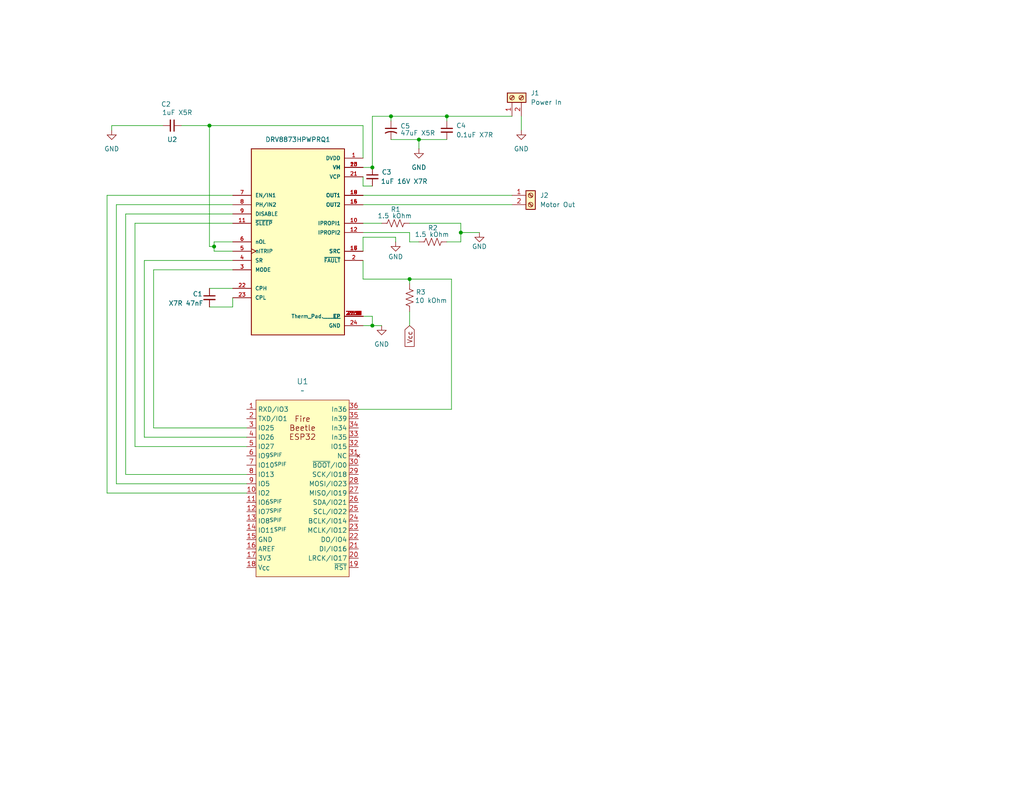
<source format=kicad_sch>
(kicad_sch (version 20250114) (generator "eeschema") (generator_version "9.0")
  (paper "A")
  (title_block (title "ME 507 - Schematic Draft") (date "2025-10-16") (company "Cal Poly Mechanical Engineering"))
  (lib_symbols
    (symbol "Connector:Screw_Terminal_01x02" (pin_names (offset 1.016) (hide yes))
      (property "Reference" "J" (at 0 2.54 0))
      (property "Value" "Screw_Terminal_01x02" (at 0 -5.08 0))
      (symbol "Screw_Terminal_01x02_1_1"
        (rectangle (start -1.27 1.27) (end 1.27 -3.81) (stroke (width 0.254)) (fill (type background)))
        (polyline (pts (xy -0.5334 0.3302) (xy 0.3302 -0.508)) (stroke (width 0.1524)))
        (polyline (pts (xy -0.5334 -2.2098) (xy 0.3302 -3.048)) (stroke (width 0.1524)))
        (polyline (pts (xy -0.3556 0.508) (xy 0.508 -0.3302)) (stroke (width 0.1524)))
        (polyline (pts (xy -0.3556 -2.032) (xy 0.508 -2.8702)) (stroke (width 0.1524)))
        (circle (center 0 0) (radius 0.635) (stroke (width 0.1524)))
        (circle (center 0 -2.54) (radius 0.635) (stroke (width 0.1524)))
        (pin passive line (at -5.08 0 0) (length 3.81) (name "Pin_1") (number "1"))
        (pin passive line (at -5.08 -2.54 0) (length 3.81) (name "Pin_2") (number "2"))
      )
    )
    (symbol "DRV8873SPWPRQ1_1" (pin_names (offset 1.016))
      (property "Reference" "U2" (at 0 30.48 0))
      (property "Value" "DRV8873HPWPRQ1" (at 0 27.94 0))
      (symbol "DRV8873SPWPRQ1_1_0_0"
        (rectangle (start -12.7 25.4) (end 12.7 -25.4) (stroke (width 0.254)) (fill (type background)))
        (pin input line (at -17.78 12.7 0) (length 5.08) (name "EN/IN1") (number "7"))
        (pin input line (at -17.78 10.16 0) (length 5.08) (name "PH/IN2") (number "8"))
        (pin input line (at -17.78 7.62 0) (length 5.08) (name "DISABLE") (number "9"))
        (pin input line (at -17.78 5.08 0) (length 5.08) (name "~{SLEEP}") (number "11"))
        (pin passive line (at -17.78 -12.7 0) (length 5.08) (name "CPH") (number "22"))
        (pin passive line (at -17.78 -15.24 0) (length 5.08) (name "CPL") (number "23"))
        (pin power_in line (at 17.78 22.86 180) (length 5.08) (name "DVDD") (number "1"))
        (pin power_in line (at 17.78 20.32 180) (length 5.08) (name "VM") (number "13"))
        (pin power_in line (at 17.78 20.32 180) (length 5.08) (name "VM") (number "20"))
        (pin power_in line (at 17.78 17.78 180) (length 5.08) (name "VCP") (number "21"))
        (pin output line (at 17.78 12.7 180) (length 5.08) (name "OUT1") (number "18"))
        (pin output line (at 17.78 12.7 180) (length 5.08) (name "OUT1") (number "19"))
        (pin output line (at 17.78 10.16 180) (length 5.08) (name "OUT2") (number "14"))
        (pin output line (at 17.78 10.16 180) (length 5.08) (name "OUT2") (number "15"))
        (pin output line (at 17.78 5.08 180) (length 5.08) (name "IPROPI1") (number "10"))
        (pin output line (at 17.78 2.54 180) (length 5.08) (name "IPROPI2") (number "12"))
        (pin output line (at 17.78 -2.54 180) (length 5.08) (name "SRC") (number "16"))
        (pin output line (at 17.78 -2.54 180) (length 5.08) (name "SRC") (number "17"))
        (pin output line (at 17.78 -5.08 180) (length 5.08) (name "~{FAULT}") (number "2"))
        (pin power_in line (at 17.78 -20.32 180) (length 5.08) (name "EP") (number "25.1"))
        (pin power_in line (at 17.78 -20.32 180) (length 5.08) (name "EP") (number "25.10"))
        (pin power_in line (at 17.78 -20.32 180) (length 5.08) (name "EP") (number "25.11"))
        (pin power_in line (at 17.78 -20.32 180) (length 5.08) (name "EP") (number "25.12"))
        (pin power_in line (at 17.78 -20.32 180) (length 5.08) (name "EP") (number "25.13"))
        (pin power_in line (at 17.78 -20.32 180) (length 5.08) (name "EP") (number "25.14"))
        (pin power_in line (at 17.78 -20.32 180) (length 5.08) (name "EP") (number "25.15"))
        (pin power_in line (at 17.78 -20.32 180) (length 5.08) (name "EP") (number "25.16"))
        (pin power_in line (at 17.78 -20.32 180) (length 5.08) (name "EP") (number "25.17"))
        (pin power_in line (at 17.78 -20.32 180) (length 5.08) (name "EP") (number "25.18"))
        (pin power_in line (at 17.78 -20.32 180) (length 5.08) (name "EP") (number "25.2"))
        (pin power_in line (at 17.78 -20.32 180) (length 5.08) (name "EP") (number "25.3"))
        (pin power_in line (at 17.78 -20.32 180) (length 5.08) (name "EP") (number "25.4"))
        (pin power_in line (at 17.78 -20.32 180) (length 5.08) (name "EP") (number "25.5"))
        (pin power_in line (at 17.78 -20.32 180) (length 5.08) (name "EP") (number "25.6"))
        (pin power_in line (at 17.78 -20.32 180) (length 5.08) (name "EP") (number "25.7"))
        (pin power_in line (at 17.78 -20.32 180) (length 5.08) (name "EP") (number "25.8"))
        (pin power_in line (at 17.78 -20.32 180) (length 5.08) (name "EP") (number "25.9"))
        (pin power_in line (at 17.78 -22.86 180) (length 5.08) (name "GND") (number "24"))
      )
      (symbol "DRV8873SPWPRQ1_1_1_0"
        (pin input line (at -17.78 0 0) (length 5.08) (name "nOL") (number "6"))
        (pin input clock (at -17.78 -2.54 0) (length 5.08) (name "nITRIP") (number "5"))
        (pin input line (at -17.78 -5.08 0) (length 5.08) (name "SR") (number "4"))
        (pin input line (at -17.78 -7.62 0) (length 5.08) (name "MODE") (number "3"))
        (pin power_in line (at 17.78 -20.32 180) (length 5.08) (name "Therm_Pad.______") (number "25"))
      )
    )
    (symbol "Device:C_Small" (pin_numbers (hide yes)) (pin_names (offset 0.254) (hide yes))
      (property "Reference" "C" (at 0.254 1.778 0))
      (property "Value" "C_Small" (at 0.254 -2.032 0))
      (symbol "C_Small_0_1"
        (polyline (pts (xy -1.524 0.508) (xy 1.524 0.508)) (stroke (width 0.3048)))
        (polyline (pts (xy -1.524 -0.508) (xy 1.524 -0.508)) (stroke (width 0.3302)))
      )
      (symbol "C_Small_1_1"
        (pin passive line (at 0 2.54 270) (length 2.032) (name "~") (number "1"))
        (pin passive line (at 0 -2.54 90) (length 2.032) (name "~") (number "2"))
      )
    )
    (symbol "Device:C_Small_US" (pin_numbers (hide yes)) (pin_names (offset 0.254) (hide yes))
      (property "Reference" "C" (at 0.254 1.778 0))
      (property "Value" "C_Small_US" (at 0.254 -2.032 0))
      (symbol "C_Small_US_0_1"
        (polyline (pts (xy -1.524 0.508) (xy 1.524 0.508)) (stroke (width 0.3048)))
        (arc (start -1.524 -0.762) (mid 0 -0.3734) (end 1.524 -0.762) (stroke (width 0.3048)))
      )
      (symbol "C_Small_US_1_1"
        (pin passive line (at 0 2.54 270) (length 2.032) (name "~") (number "1"))
        (pin passive line (at 0 -2.54 90) (length 2.032) (name "~") (number "2"))
      )
    )
    (symbol "Device:R_US" (pin_numbers (hide yes)) (pin_names (offset 0))
      (property "Reference" "R" (at 2.54 0 90))
      (property "Value" "R_US" (at -2.54 0 90))
      (symbol "R_US_0_1"
        (polyline (pts (xy 0 2.286) (xy 0 2.54)))
        (polyline (pts (xy 0 2.286) (xy 1.016 1.905) (xy 0 1.524) (xy -1.016 1.143) (xy 0 0.762)))
        (polyline (pts (xy 0 0.762) (xy 1.016 0.381) (xy 0 0) (xy -1.016 -0.381) (xy 0 -0.762)))
        (polyline (pts (xy 0 -0.762) (xy 1.016 -1.143) (xy 0 -1.524) (xy -1.016 -1.905) (xy 0 -2.286)))
        (polyline (pts (xy 0 -2.286) (xy 0 -2.54)))
      )
      (symbol "R_US_1_1"
        (pin passive line (at 0 3.81 270) (length 1.27) (name "~") (number "1"))
        (pin passive line (at 0 -3.81 90) (length 1.27) (name "~") (number "2"))
      )
    )
    (symbol "ME507F24:FireBeetle-ESP32"
      (property "Reference" "U" (at -2.2226 9.1862 0))
      (symbol "FireBeetle-ESP32_1_1"
        (polyline (pts (xy -12.7 22.86) (xy 12.7 22.86) (xy 12.7 -25.4) (xy -12.7 -25.4) (xy -12.7 22.86)) (fill (type background)))
        (text "Fire\nBeetle\nESP32" (at 0 15.24 0) (effects (font (size 1.524 1.524))))
        (pin bidirectional line (at -15.24 20.32 0) (length 2.54) (name "RXD/IO3") (number "1"))
        (pin bidirectional line (at -15.24 17.78 0) (length 2.54) (name "TXD/IO1") (number "2"))
        (pin bidirectional line (at -15.24 15.24 0) (length 2.54) (name "IO25") (number "3"))
        (pin bidirectional line (at -15.24 12.7 0) (length 2.54) (name "IO26") (number "4"))
        (pin bidirectional line (at -15.24 10.16 0) (length 2.54) (name "IO27") (number "5"))
        (pin unspecified line (at -15.24 7.62 0) (length 2.54) (name "IO9^{SPIF}") (number "6"))
        (pin unspecified line (at -15.24 5.08 0) (length 2.54) (name "IO10^{SPIF}") (number "7"))
        (pin bidirectional line (at -15.24 2.54 0) (length 2.54) (name "IO13") (number "8"))
        (pin bidirectional line (at -15.24 0 0) (length 2.54) (name "IO5") (number "9"))
        (pin bidirectional line (at -15.24 -2.54 0) (length 2.54) (name "IO2") (number "10"))
        (pin unspecified line (at -15.24 -5.08 0) (length 2.54) (name "IO6^{SPIF}") (number "11"))
        (pin unspecified line (at -15.24 -7.62 0) (length 2.54) (name "IO7^{SPIF}") (number "12"))
        (pin unspecified line (at -15.24 -10.16 0) (length 2.54) (name "IO8^{SPIF}") (number "13"))
        (pin unspecified line (at -15.24 -12.7 0) (length 2.54) (name "IO11^{SPIF}") (number "14"))
        (pin power_in line (at -15.24 -15.24 0) (length 2.54) (name "GND") (number "15"))
        (pin input line (at -15.24 -17.78 0) (length 2.54) (name "AREF") (number "16"))
        (pin power_out line (at -15.24 -20.32 0) (length 2.54) (name "3V3") (number "17"))
        (pin unspecified line (at -15.24 -22.86 0) (length 2.54) (name "V_{CC}") (number "18"))
        (pin input line (at 15.24 20.32 180) (length 2.54) (name "In36") (number "36"))
        (pin input line (at 15.24 17.78 180) (length 2.54) (name "In39") (number "35"))
        (pin input line (at 15.24 15.24 180) (length 2.54) (name "In34") (number "34"))
        (pin input line (at 15.24 12.7 180) (length 2.54) (name "In35") (number "33"))
        (pin bidirectional line (at 15.24 10.16 180) (length 2.54) (name "IO15") (number "32"))
        (pin no_connect line (at 15.24 7.62 180) (length 2.54) (name "NC") (number "31"))
        (pin bidirectional line (at 15.24 5.08 180) (length 2.54) (name "~{BOOT}/IO0") (number "30"))
        (pin bidirectional line (at 15.24 2.54 180) (length 2.54) (name "SCK/IO18") (number "29"))
        (pin bidirectional line (at 15.24 0 180) (length 2.54) (name "MOSI/IO23") (number "28"))
        (pin bidirectional line (at 15.24 -2.54 180) (length 2.54) (name "MISO/IO19") (number "27"))
        (pin bidirectional line (at 15.24 -5.08 180) (length 2.54) (name "SDA/IO21") (number "26"))
        (pin bidirectional line (at 15.24 -7.62 180) (length 2.54) (name "SCL/IO22") (number "25"))
        (pin bidirectional line (at 15.24 -10.16 180) (length 2.54) (name "BCLK/IO14") (number "24"))
        (pin bidirectional line (at 15.24 -12.7 180) (length 2.54) (name "MCLK/IO12") (number "23"))
        (pin bidirectional line (at 15.24 -15.24 180) (length 2.54) (name "DO/IO4") (number "22"))
        (pin bidirectional line (at 15.24 -17.78 180) (length 2.54) (name "DI/IO16") (number "21"))
        (pin bidirectional line (at 15.24 -20.32 180) (length 2.54) (name "LRCK/IO17") (number "20"))
        (pin bidirectional line (at 15.24 -22.86 180) (length 2.54) (name "~{RST}") (number "19"))
      )
    )
    (symbol "power:GND" (power) (pin_numbers (hide yes)) (pin_names (offset 0) (hide yes))
      (property "Value" "GND" (at 0 -3.81 0))
      (symbol "GND_0_1"
        (polyline (pts (xy 0 0) (xy 0 -1.27) (xy 1.27 -1.27) (xy 0 -2.54) (xy -1.27 -1.27) (xy 0 -1.27)))
      )
      (symbol "GND_1_1"
        (pin power_in line (at 0 0 270) (length 0) (name "~") (number "1"))
      )
    )
  )
  (junction (at 101.6 88.9))
  (junction (at 114.3 38.1))
  (junction (at 101.6 45.72))
  (junction (at 121.92 31.75))
  (junction (at 106.68 31.75))
  (junction (at 111.76 76.2))
  (junction (at 125.73 63.5))
  (junction (at 58.42 67.31))
  (junction (at 57.15 34.29))
  (wire (pts (xy 106.68 31.75) (xy 106.68 33.02)))
  (wire (pts (xy 63.5 83.82) (xy 63.5 81.28)))
  (wire (pts (xy 125.73 63.5) (xy 125.73 66.04)))
  (wire (pts (xy 123.19 111.76) (xy 123.19 76.2)))
  (wire (pts (xy 111.76 77.47) (xy 111.76 76.2)))
  (wire (pts (xy 107.95 64.77) (xy 107.95 66.04)))
  (wire (pts (xy 101.6 31.75) (xy 106.68 31.75)))
  (wire (pts (xy 125.73 60.96) (xy 125.73 63.5)))
  (wire (pts (xy 99.06 86.36) (xy 101.6 86.36)))
  (wire (pts (xy 57.15 67.31) (xy 58.42 67.31)))
  (wire (pts (xy 114.3 38.1) (xy 114.3 40.64)))
  (wire (pts (xy 39.37 119.38) (xy 39.37 71.12)))
  (wire (pts (xy 31.75 132.08) (xy 67.31 132.08)))
  (wire (pts (xy 99.06 63.5) (xy 111.76 63.5)))
  (wire (pts (xy 99.06 60.96) (xy 104.14 60.96)))
  (wire (pts (xy 111.76 85.09) (xy 111.76 88.9)))
  (wire (pts (xy 67.31 119.38) (xy 39.37 119.38)))
  (wire (pts (xy 111.76 76.2) (xy 123.19 76.2)))
  (wire (pts (xy 29.21 53.34) (xy 29.21 134.62)))
  (wire (pts (xy 99.06 50.8) (xy 101.6 50.8)))
  (wire (pts (xy 101.6 31.75) (xy 101.6 45.72)))
  (wire (pts (xy 58.42 66.04) (xy 58.42 67.31)))
  (wire (pts (xy 58.42 68.58) (xy 63.5 68.58)))
  (wire (pts (xy 41.91 73.66) (xy 41.91 116.84)))
  (wire (pts (xy 63.5 55.88) (xy 31.75 55.88)))
  (wire (pts (xy 63.5 73.66) (xy 41.91 73.66)))
  (wire (pts (xy 63.5 60.96) (xy 36.83 60.96)))
  (wire (pts (xy 49.53 34.29) (xy 57.15 34.29)))
  (wire (pts (xy 34.29 129.54) (xy 67.31 129.54)))
  (wire (pts (xy 36.83 121.92) (xy 67.31 121.92)))
  (wire (pts (xy 57.15 34.29) (xy 57.15 67.31)))
  (wire (pts (xy 111.76 66.04) (xy 114.3 66.04)))
  (wire (pts (xy 99.06 64.77) (xy 99.06 68.58)))
  (wire (pts (xy 29.21 134.62) (xy 67.31 134.62)))
  (wire (pts (xy 63.5 58.42) (xy 34.29 58.42)))
  (wire (pts (xy 63.5 78.74) (xy 57.15 78.74)))
  (wire (pts (xy 99.06 53.34) (xy 139.7 53.34)))
  (wire (pts (xy 114.3 38.1) (xy 121.92 38.1)))
  (wire (pts (xy 121.92 31.75) (xy 121.92 33.02)))
  (wire (pts (xy 31.75 55.88) (xy 31.75 132.08)))
  (wire (pts (xy 99.06 88.9) (xy 101.6 88.9)))
  (wire (pts (xy 63.5 66.04) (xy 58.42 66.04)))
  (wire (pts (xy 41.91 116.84) (xy 67.31 116.84)))
  (wire (pts (xy 142.24 31.75) (xy 142.24 35.56)))
  (wire (pts (xy 30.48 34.29) (xy 44.45 34.29)))
  (wire (pts (xy 36.83 60.96) (xy 36.83 121.92)))
  (wire (pts (xy 99.06 34.29) (xy 99.06 43.18)))
  (wire (pts (xy 106.68 31.75) (xy 121.92 31.75)))
  (wire (pts (xy 63.5 53.34) (xy 29.21 53.34)))
  (wire (pts (xy 57.15 34.29) (xy 99.06 34.29)))
  (wire (pts (xy 30.48 34.29) (xy 30.48 35.56)))
  (wire (pts (xy 125.73 63.5) (xy 130.81 63.5)))
  (wire (pts (xy 63.5 83.82) (xy 57.15 83.82)))
  (wire (pts (xy 99.06 45.72) (xy 101.6 45.72)))
  (wire (pts (xy 99.06 76.2) (xy 111.76 76.2)))
  (wire (pts (xy 121.92 66.04) (xy 125.73 66.04)))
  (wire (pts (xy 97.79 111.76) (xy 123.19 111.76)))
  (wire (pts (xy 106.68 38.1) (xy 114.3 38.1)))
  (wire (pts (xy 58.42 67.31) (xy 58.42 68.58)))
  (wire (pts (xy 99.06 48.26) (xy 99.06 50.8)))
  (wire (pts (xy 111.76 63.5) (xy 111.76 66.04)))
  (wire (pts (xy 34.29 58.42) (xy 34.29 129.54)))
  (wire (pts (xy 101.6 86.36) (xy 101.6 88.9)))
  (wire (pts (xy 99.06 64.77) (xy 107.95 64.77)))
  (wire (pts (xy 111.76 60.96) (xy 125.73 60.96)))
  (wire (pts (xy 39.37 71.12) (xy 63.5 71.12)))
  (wire (pts (xy 99.06 71.12) (xy 99.06 76.2)))
  (wire (pts (xy 99.06 55.88) (xy 139.7 55.88)))
  (wire (pts (xy 121.92 31.75) (xy 139.7 31.75)))
  (wire (pts (xy 101.6 88.9) (xy 104.14 88.9)))
  (global_label "Vcc" (shape input) (at 111.76 88.9 270) (property "Intersheetrefs" "${INTERSHEET_REFS}" (effects (hide yes))))
  (symbol (lib_id "Device:C_Small") (at 46.99 34.29 270) (unit 1)
    (property "Reference" "C2" (at 43.942 28.448 90) (effects (justify left)))
    (property "Value" "1uF X5R" (at 44.196 30.734 90) (effects (justify left)))
    (property "Footprint" "Capacitor_SMD:C_0805_2012Metric_Pad1.18x1.45mm_HandSolder" (effects (hide yes)))
    (property "Description" "Unpolarized capacitor, small symbol" (effects (hide yes)))
  )
  (symbol (lib_name "DRV8873SPWPRQ1_1") (lib_id "DRV8873SPWPRQ1:DRV8873SPWPRQ1") (at 81.28 66.04 0) (unit 1)
    (property "Reference" "U2" (at 46.99 38.1 0))
    (property "Value" "DRV8873HPWPRQ1" (at 81.28 38.1 0))
    (property "Footprint" "DRV8873SPWPRQ1:IC_DRV8873SPWPRQ1" (effects (hide yes)))
    (property "MF" "Texas Instruments" (effects (hide yes)))
    (property "Description_1" "Automotive, current sensing 40V, 10A H-bridge motor driver with integrated current feedback" (effects (hide yes)))
    (property "Package" "HTSSOP-24 Texas Instruments" (effects (hide yes)))
    (property "Price" "None" (effects (hide yes)))
    (property "Check_prices" "https://www.snapeda.com/parts/DRV8873SPWPRQ1/Texas+Instruments/view-part/?ref=eda" (effects (hide yes)))
    (property "STANDARD" "Manufacturer Recommendations" (effects (hide yes)))
    (property "PARTREV" "A" (effects (hide yes)))
    (property "SnapEDA_Link" "https://www.snapeda.com/parts/DRV8873SPWPRQ1/Texas+Instruments/view-part/?ref=snap" (effects (hide yes)))
    (property "MP" "DRV8873SPWPRQ1" (effects (hide yes)))
    (property "Availability" "In Stock" (effects (hide yes)))
    (property "MANUFACTURER" "TEXAS INSTRUMENTS" (effects (hide yes)))
  )
  (symbol (lib_id "power:GND") (at 107.95 66.04 0) (unit 1)
    (property "Reference" "#PWR06" (effects (hide yes)))
    (property "Value" "GND" (at 107.95 70.104 0))
    (property "Description" "Power symbol creates a global label with name \"GND\" , ground" (effects (hide yes)))
  )
  (symbol (lib_id "Device:C_Small_US") (at 106.68 35.56 0) (unit 1)
    (property "Reference" "C5" (at 109.22 34.4169 0) (effects (justify left)))
    (property "Value" "47uF X5R" (at 109.22 36.322 0) (effects (justify left)))
    (property "Footprint" "Capacitor_SMD:C_1206_3216Metric_Pad1.33x1.80mm_HandSolder" (effects (hide yes)))
    (property "Description" "capacitor, small US symbol" (effects (hide yes)))
  )
  (symbol (lib_id "Device:R_US") (at 118.11 66.04 90) (unit 1)
    (property "Reference" "R2" (at 118.11 62.23 90))
    (property "Value" "1.5 kOhm" (at 117.856 64.008 90))
    (property "Footprint" "Resistor_SMD:R_0805_2012Metric_Pad1.20x1.40mm_HandSolder" (effects (hide yes)))
    (property "Description" "Resistor, US symbol" (effects (hide yes)))
  )
  (symbol (lib_id "Device:R_US") (at 111.76 81.28 0) (unit 1)
    (property "Reference" "R3" (at 114.808 79.756 0))
    (property "Value" "10 kOhm" (at 117.602 82.042 0))
    (property "Footprint" "Resistor_SMD:R_0805_2012Metric_Pad1.20x1.40mm_HandSolder" (effects (hide yes)))
    (property "Description" "Resistor, US symbol" (effects (hide yes)))
  )
  (symbol (lib_id "power:GND") (at 142.24 35.56 0) (unit 1)
    (property "Reference" "#PWR04" (effects (hide yes)))
    (property "Value" "GND" (at 142.24 40.64 0))
    (property "Description" "Power symbol creates a global label with name \"GND\" , ground" (effects (hide yes)))
  )
  (symbol (lib_id "ME507F24:FireBeetle-ESP32") (at 82.55 132.08 0) (unit 1)
    (property "Reference" "U1" (at 82.55 104.14 0) (effects (font (size 1.524 1.524))))
    (property "Value" "~" (at 82.55 106.68 0))
    (property "Footprint" "ME507F24:FireBeetle-ESP32" (effects (hide yes)))
    (property "Datasheet" "https://www.dfrobot.com/product-1590.html" (effects (hide yes)))
  )
  (symbol (lib_id "Connector:Screw_Terminal_01x02") (at 139.7 26.67 90) (unit 1)
    (property "Reference" "J1" (at 144.78 25.3999 90) (effects (justify right)))
    (property "Value" "Power In" (at 144.78 27.9399 90) (effects (justify right)))
    (property "Footprint" "TerminalBlock_Phoenix:TerminalBlock_Phoenix_MKDS-1,5-2_1x02_P5.00mm_Horizontal" (effects (hide yes)))
    (property "Description" "Generic screw terminal, single row, 01x02, script generated (kicad-library-utils/schlib/autogen/connector/)" (effects (hide yes)))
  )
  (symbol (lib_id "Device:C_Small") (at 101.6 48.26 0) (unit 1)
    (property "Reference" "C3" (at 104.14 46.9962 0) (effects (justify left)))
    (property "Value" "1uF 16V X7R" (at 103.886 49.53 0) (effects (justify left)))
    (property "Footprint" "Capacitor_SMD:C_0805_2012Metric_Pad1.18x1.45mm_HandSolder" (effects (hide yes)))
    (property "Description" "Unpolarized capacitor, small symbol" (effects (hide yes)))
  )
  (symbol (lib_id "power:GND") (at 104.14 88.9 0) (unit 1)
    (property "Reference" "#PWR02" (effects (hide yes)))
    (property "Value" "GND" (at 104.14 93.98 0))
    (property "Description" "Power symbol creates a global label with name \"GND\" , ground" (effects (hide yes)))
  )
  (symbol (lib_id "Device:R_US") (at 107.95 60.96 90) (unit 1)
    (property "Reference" "R1" (at 107.95 57.15 90))
    (property "Value" "1.5 kOhm" (at 107.696 58.928 90))
    (property "Footprint" "Resistor_SMD:R_0805_2012Metric_Pad1.20x1.40mm_HandSolder" (effects (hide yes)))
    (property "Description" "Resistor, US symbol" (effects (hide yes)))
  )
  (symbol (lib_id "Device:C_Small") (at 57.15 81.28 0) (unit 1)
    (property "Reference" "C1" (at 52.578 80.264 0) (effects (justify left)))
    (property "Value" "X7R 47nF" (at 45.974 82.804 0) (effects (justify left)))
    (property "Footprint" "Capacitor_SMD:C_0805_2012Metric_Pad1.18x1.45mm_HandSolder" (effects (hide yes)))
    (property "Description" "Unpolarized capacitor, small symbol" (effects (hide yes)))
  )
  (symbol (lib_id "Device:C_Small") (at 121.92 35.56 0) (unit 1)
    (property "Reference" "C4" (at 124.46 34.2962 0) (effects (justify left)))
    (property "Value" "0.1uF X7R" (at 124.46 36.8362 0) (effects (justify left)))
    (property "Footprint" "Capacitor_SMD:C_0805_2012Metric_Pad1.18x1.45mm_HandSolder" (effects (hide yes)))
    (property "Description" "Unpolarized capacitor, small symbol" (effects (hide yes)))
  )
  (symbol (lib_id "Connector:Screw_Terminal_01x02") (at 144.78 53.34 0) (unit 1)
    (property "Reference" "J2" (at 147.32 53.3399 0) (effects (justify left)))
    (property "Value" "Motor Out" (at 147.32 55.8799 0) (effects (justify left)))
    (property "Footprint" "TerminalBlock_Phoenix:TerminalBlock_Phoenix_MKDS-1,5-2_1x02_P5.00mm_Horizontal" (effects (hide yes)))
    (property "Description" "Generic screw terminal, single row, 01x02, script generated (kicad-library-utils/schlib/autogen/connector/)" (effects (hide yes)))
  )
  (symbol (lib_id "power:GND") (at 30.48 35.56 0) (unit 1)
    (property "Reference" "#PWR01" (effects (hide yes)))
    (property "Value" "GND" (at 30.48 40.64 0))
    (property "Description" "Power symbol creates a global label with name \"GND\" , ground" (effects (hide yes)))
  )
  (symbol (lib_id "power:GND") (at 130.81 63.5 0) (unit 1)
    (property "Reference" "#PWR05" (effects (hide yes)))
    (property "Value" "GND" (at 130.81 67.31 0))
    (property "Description" "Power symbol creates a global label with name \"GND\" , ground" (effects (hide yes)))
  )
  (symbol (lib_id "power:GND") (at 114.3 40.64 0) (unit 1)
    (property "Reference" "#PWR03" (effects (hide yes)))
    (property "Value" "GND" (at 114.3 45.72 0))
    (property "Description" "Power symbol creates a global label with name \"GND\" , ground" (effects (hide yes)))
  )
)
</source>
